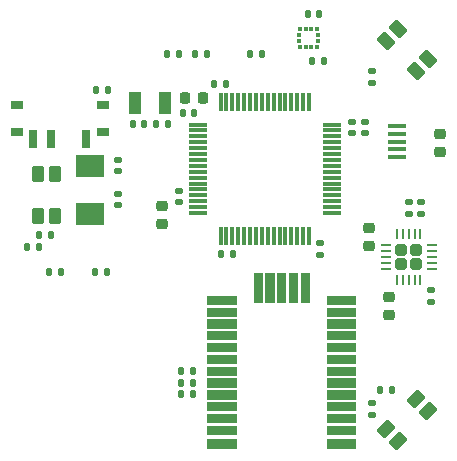
<source format=gbr>
%TF.GenerationSoftware,KiCad,Pcbnew,9.0.2*%
%TF.CreationDate,2025-07-15T12:28:35-04:00*%
%TF.ProjectId,GPSWatch,47505357-6174-4636-982e-6b696361645f,rev?*%
%TF.SameCoordinates,Original*%
%TF.FileFunction,Paste,Top*%
%TF.FilePolarity,Positive*%
%FSLAX46Y46*%
G04 Gerber Fmt 4.6, Leading zero omitted, Abs format (unit mm)*
G04 Created by KiCad (PCBNEW 9.0.2) date 2025-07-15 12:28:35*
%MOMM*%
%LPD*%
G01*
G04 APERTURE LIST*
G04 Aperture macros list*
%AMRoundRect*
0 Rectangle with rounded corners*
0 $1 Rounding radius*
0 $2 $3 $4 $5 $6 $7 $8 $9 X,Y pos of 4 corners*
0 Add a 4 corners polygon primitive as box body*
4,1,4,$2,$3,$4,$5,$6,$7,$8,$9,$2,$3,0*
0 Add four circle primitives for the rounded corners*
1,1,$1+$1,$2,$3*
1,1,$1+$1,$4,$5*
1,1,$1+$1,$6,$7*
1,1,$1+$1,$8,$9*
0 Add four rect primitives between the rounded corners*
20,1,$1+$1,$2,$3,$4,$5,0*
20,1,$1+$1,$4,$5,$6,$7,0*
20,1,$1+$1,$6,$7,$8,$9,0*
20,1,$1+$1,$8,$9,$2,$3,0*%
G04 Aperture macros list end*
%ADD10C,0.010000*%
%ADD11RoundRect,0.075000X-0.700000X-0.075000X0.700000X-0.075000X0.700000X0.075000X-0.700000X0.075000X0*%
%ADD12RoundRect,0.075000X-0.075000X-0.700000X0.075000X-0.700000X0.075000X0.700000X-0.075000X0.700000X0*%
%ADD13RoundRect,0.140000X0.140000X0.170000X-0.140000X0.170000X-0.140000X-0.170000X0.140000X-0.170000X0*%
%ADD14R,0.700000X1.500000*%
%ADD15R,1.000000X0.800000*%
%ADD16RoundRect,0.135000X-0.185000X0.135000X-0.185000X-0.135000X0.185000X-0.135000X0.185000X0.135000X0*%
%ADD17RoundRect,0.225000X0.250000X-0.225000X0.250000X0.225000X-0.250000X0.225000X-0.250000X-0.225000X0*%
%ADD18RoundRect,0.062500X0.350000X-0.062500X0.350000X0.062500X-0.350000X0.062500X-0.350000X-0.062500X0*%
%ADD19RoundRect,0.062500X0.062500X-0.350000X0.062500X0.350000X-0.062500X0.350000X-0.062500X-0.350000X0*%
%ADD20RoundRect,0.250000X0.255000X-0.255000X0.255000X0.255000X-0.255000X0.255000X-0.255000X-0.255000X0*%
%ADD21RoundRect,0.225000X-0.250000X0.225000X-0.250000X-0.225000X0.250000X-0.225000X0.250000X0.225000X0*%
%ADD22R,1.500000X0.450000*%
%ADD23RoundRect,0.250000X-0.275000X0.450000X-0.275000X-0.450000X0.275000X-0.450000X0.275000X0.450000X0*%
%ADD24RoundRect,0.140000X-0.140000X-0.170000X0.140000X-0.170000X0.140000X0.170000X-0.140000X0.170000X0*%
%ADD25RoundRect,0.135000X0.135000X0.185000X-0.135000X0.185000X-0.135000X-0.185000X0.135000X-0.185000X0*%
%ADD26R,0.300000X0.350000*%
%ADD27R,0.350000X0.300000*%
%ADD28RoundRect,0.135000X0.185000X-0.135000X0.185000X0.135000X-0.185000X0.135000X-0.185000X-0.135000X0*%
%ADD29RoundRect,0.140000X-0.170000X0.140000X-0.170000X-0.140000X0.170000X-0.140000X0.170000X0.140000X0*%
%ADD30R,1.100000X1.900000*%
%ADD31RoundRect,0.135000X-0.135000X-0.185000X0.135000X-0.185000X0.135000X0.185000X-0.135000X0.185000X0*%
%ADD32RoundRect,0.140000X0.170000X-0.140000X0.170000X0.140000X-0.170000X0.140000X-0.170000X-0.140000X0*%
%ADD33R,2.400000X1.900000*%
%ADD34RoundRect,0.250000X0.512652X-0.123744X-0.123744X0.512652X-0.512652X0.123744X0.123744X-0.512652X0*%
%ADD35RoundRect,0.218750X-0.256250X0.218750X-0.256250X-0.218750X0.256250X-0.218750X0.256250X0.218750X0*%
%ADD36RoundRect,0.225000X-0.225000X-0.250000X0.225000X-0.250000X0.225000X0.250000X-0.225000X0.250000X0*%
%ADD37RoundRect,0.250000X-0.123744X-0.512652X0.512652X0.123744X0.123744X0.512652X-0.512652X-0.123744X0*%
G04 APERTURE END LIST*
D10*
%TO.C,U1*%
X128675000Y-129150000D02*
X126225000Y-129150000D01*
X126225000Y-128450000D01*
X128675000Y-128450000D01*
X128675000Y-129150000D01*
G36*
X128675000Y-129150000D02*
G01*
X126225000Y-129150000D01*
X126225000Y-128450000D01*
X128675000Y-128450000D01*
X128675000Y-129150000D01*
G37*
X128675000Y-130150000D02*
X126225000Y-130150000D01*
X126225000Y-129450000D01*
X128675000Y-129450000D01*
X128675000Y-130150000D01*
G36*
X128675000Y-130150000D02*
G01*
X126225000Y-130150000D01*
X126225000Y-129450000D01*
X128675000Y-129450000D01*
X128675000Y-130150000D01*
G37*
X128675000Y-131150000D02*
X126225000Y-131150000D01*
X126225000Y-130450000D01*
X128675000Y-130450000D01*
X128675000Y-131150000D01*
G36*
X128675000Y-131150000D02*
G01*
X126225000Y-131150000D01*
X126225000Y-130450000D01*
X128675000Y-130450000D01*
X128675000Y-131150000D01*
G37*
X128675000Y-132150000D02*
X126225000Y-132150000D01*
X126225000Y-131450000D01*
X128675000Y-131450000D01*
X128675000Y-132150000D01*
G36*
X128675000Y-132150000D02*
G01*
X126225000Y-132150000D01*
X126225000Y-131450000D01*
X128675000Y-131450000D01*
X128675000Y-132150000D01*
G37*
X128675000Y-133150000D02*
X126225000Y-133150000D01*
X126225000Y-132450000D01*
X128675000Y-132450000D01*
X128675000Y-133150000D01*
G36*
X128675000Y-133150000D02*
G01*
X126225000Y-133150000D01*
X126225000Y-132450000D01*
X128675000Y-132450000D01*
X128675000Y-133150000D01*
G37*
X128675000Y-134150000D02*
X126225000Y-134150000D01*
X126225000Y-133450000D01*
X128675000Y-133450000D01*
X128675000Y-134150000D01*
G36*
X128675000Y-134150000D02*
G01*
X126225000Y-134150000D01*
X126225000Y-133450000D01*
X128675000Y-133450000D01*
X128675000Y-134150000D01*
G37*
X128675000Y-135150000D02*
X126225000Y-135150000D01*
X126225000Y-134450000D01*
X128675000Y-134450000D01*
X128675000Y-135150000D01*
G36*
X128675000Y-135150000D02*
G01*
X126225000Y-135150000D01*
X126225000Y-134450000D01*
X128675000Y-134450000D01*
X128675000Y-135150000D01*
G37*
X128675000Y-136150000D02*
X126225000Y-136150000D01*
X126225000Y-135450000D01*
X128675000Y-135450000D01*
X128675000Y-136150000D01*
G36*
X128675000Y-136150000D02*
G01*
X126225000Y-136150000D01*
X126225000Y-135450000D01*
X128675000Y-135450000D01*
X128675000Y-136150000D01*
G37*
X128675000Y-137150000D02*
X126225000Y-137150000D01*
X126225000Y-136450000D01*
X128675000Y-136450000D01*
X128675000Y-137150000D01*
G36*
X128675000Y-137150000D02*
G01*
X126225000Y-137150000D01*
X126225000Y-136450000D01*
X128675000Y-136450000D01*
X128675000Y-137150000D01*
G37*
X128675000Y-138150000D02*
X126225000Y-138150000D01*
X126225000Y-137450000D01*
X128675000Y-137450000D01*
X128675000Y-138150000D01*
G36*
X128675000Y-138150000D02*
G01*
X126225000Y-138150000D01*
X126225000Y-137450000D01*
X128675000Y-137450000D01*
X128675000Y-138150000D01*
G37*
X128675000Y-139150000D02*
X126225000Y-139150000D01*
X126225000Y-138450000D01*
X128675000Y-138450000D01*
X128675000Y-139150000D01*
G36*
X128675000Y-139150000D02*
G01*
X126225000Y-139150000D01*
X126225000Y-138450000D01*
X128675000Y-138450000D01*
X128675000Y-139150000D01*
G37*
X128675000Y-140150000D02*
X126225000Y-140150000D01*
X126225000Y-139450000D01*
X128675000Y-139450000D01*
X128675000Y-140150000D01*
G36*
X128675000Y-140150000D02*
G01*
X126225000Y-140150000D01*
X126225000Y-139450000D01*
X128675000Y-139450000D01*
X128675000Y-140150000D01*
G37*
X128675000Y-141300000D02*
X126225000Y-141300000D01*
X126225000Y-140600000D01*
X128675000Y-140600000D01*
X128675000Y-141300000D01*
G36*
X128675000Y-141300000D02*
G01*
X126225000Y-141300000D01*
X126225000Y-140600000D01*
X128675000Y-140600000D01*
X128675000Y-141300000D01*
G37*
X130850000Y-128975000D02*
X130150000Y-128975000D01*
X130150000Y-126525000D01*
X130850000Y-126525000D01*
X130850000Y-128975000D01*
G36*
X130850000Y-128975000D02*
G01*
X130150000Y-128975000D01*
X130150000Y-126525000D01*
X130850000Y-126525000D01*
X130850000Y-128975000D01*
G37*
X131850000Y-128975000D02*
X131150000Y-128975000D01*
X131150000Y-126525000D01*
X131850000Y-126525000D01*
X131850000Y-128975000D01*
G36*
X131850000Y-128975000D02*
G01*
X131150000Y-128975000D01*
X131150000Y-126525000D01*
X131850000Y-126525000D01*
X131850000Y-128975000D01*
G37*
X132850000Y-128975000D02*
X132150000Y-128975000D01*
X132150000Y-126525000D01*
X132850000Y-126525000D01*
X132850000Y-128975000D01*
G36*
X132850000Y-128975000D02*
G01*
X132150000Y-128975000D01*
X132150000Y-126525000D01*
X132850000Y-126525000D01*
X132850000Y-128975000D01*
G37*
X133850000Y-128975000D02*
X133150000Y-128975000D01*
X133150000Y-126525000D01*
X133850000Y-126525000D01*
X133850000Y-128975000D01*
G36*
X133850000Y-128975000D02*
G01*
X133150000Y-128975000D01*
X133150000Y-126525000D01*
X133850000Y-126525000D01*
X133850000Y-128975000D01*
G37*
X134850000Y-128975000D02*
X134150000Y-128975000D01*
X134150000Y-126525000D01*
X134850000Y-126525000D01*
X134850000Y-128975000D01*
G36*
X134850000Y-128975000D02*
G01*
X134150000Y-128975000D01*
X134150000Y-126525000D01*
X134850000Y-126525000D01*
X134850000Y-128975000D01*
G37*
X138775000Y-129150000D02*
X136325000Y-129150000D01*
X136325000Y-128450000D01*
X138775000Y-128450000D01*
X138775000Y-129150000D01*
G36*
X138775000Y-129150000D02*
G01*
X136325000Y-129150000D01*
X136325000Y-128450000D01*
X138775000Y-128450000D01*
X138775000Y-129150000D01*
G37*
X138775000Y-130150000D02*
X136325000Y-130150000D01*
X136325000Y-129450000D01*
X138775000Y-129450000D01*
X138775000Y-130150000D01*
G36*
X138775000Y-130150000D02*
G01*
X136325000Y-130150000D01*
X136325000Y-129450000D01*
X138775000Y-129450000D01*
X138775000Y-130150000D01*
G37*
X138775000Y-131150000D02*
X136325000Y-131150000D01*
X136325000Y-130450000D01*
X138775000Y-130450000D01*
X138775000Y-131150000D01*
G36*
X138775000Y-131150000D02*
G01*
X136325000Y-131150000D01*
X136325000Y-130450000D01*
X138775000Y-130450000D01*
X138775000Y-131150000D01*
G37*
X138775000Y-132150000D02*
X136325000Y-132150000D01*
X136325000Y-131450000D01*
X138775000Y-131450000D01*
X138775000Y-132150000D01*
G36*
X138775000Y-132150000D02*
G01*
X136325000Y-132150000D01*
X136325000Y-131450000D01*
X138775000Y-131450000D01*
X138775000Y-132150000D01*
G37*
X138775000Y-133150000D02*
X136325000Y-133150000D01*
X136325000Y-132450000D01*
X138775000Y-132450000D01*
X138775000Y-133150000D01*
G36*
X138775000Y-133150000D02*
G01*
X136325000Y-133150000D01*
X136325000Y-132450000D01*
X138775000Y-132450000D01*
X138775000Y-133150000D01*
G37*
X138775000Y-134150000D02*
X136325000Y-134150000D01*
X136325000Y-133450000D01*
X138775000Y-133450000D01*
X138775000Y-134150000D01*
G36*
X138775000Y-134150000D02*
G01*
X136325000Y-134150000D01*
X136325000Y-133450000D01*
X138775000Y-133450000D01*
X138775000Y-134150000D01*
G37*
X138775000Y-135150000D02*
X136325000Y-135150000D01*
X136325000Y-134450000D01*
X138775000Y-134450000D01*
X138775000Y-135150000D01*
G36*
X138775000Y-135150000D02*
G01*
X136325000Y-135150000D01*
X136325000Y-134450000D01*
X138775000Y-134450000D01*
X138775000Y-135150000D01*
G37*
X138775000Y-136150000D02*
X136325000Y-136150000D01*
X136325000Y-135450000D01*
X138775000Y-135450000D01*
X138775000Y-136150000D01*
G36*
X138775000Y-136150000D02*
G01*
X136325000Y-136150000D01*
X136325000Y-135450000D01*
X138775000Y-135450000D01*
X138775000Y-136150000D01*
G37*
X138775000Y-137150000D02*
X136325000Y-137150000D01*
X136325000Y-136450000D01*
X138775000Y-136450000D01*
X138775000Y-137150000D01*
G36*
X138775000Y-137150000D02*
G01*
X136325000Y-137150000D01*
X136325000Y-136450000D01*
X138775000Y-136450000D01*
X138775000Y-137150000D01*
G37*
X138775000Y-138150000D02*
X136325000Y-138150000D01*
X136325000Y-137450000D01*
X138775000Y-137450000D01*
X138775000Y-138150000D01*
G36*
X138775000Y-138150000D02*
G01*
X136325000Y-138150000D01*
X136325000Y-137450000D01*
X138775000Y-137450000D01*
X138775000Y-138150000D01*
G37*
X138775000Y-139150000D02*
X136325000Y-139150000D01*
X136325000Y-138450000D01*
X138775000Y-138450000D01*
X138775000Y-139150000D01*
G36*
X138775000Y-139150000D02*
G01*
X136325000Y-139150000D01*
X136325000Y-138450000D01*
X138775000Y-138450000D01*
X138775000Y-139150000D01*
G37*
X138775000Y-140150000D02*
X136325000Y-140150000D01*
X136325000Y-139450000D01*
X138775000Y-139450000D01*
X138775000Y-140150000D01*
G36*
X138775000Y-140150000D02*
G01*
X136325000Y-140150000D01*
X136325000Y-139450000D01*
X138775000Y-139450000D01*
X138775000Y-140150000D01*
G37*
X138775000Y-141300000D02*
X136325000Y-141300000D01*
X136325000Y-140600000D01*
X138775000Y-140600000D01*
X138775000Y-141300000D01*
G36*
X138775000Y-141300000D02*
G01*
X136325000Y-141300000D01*
X136325000Y-140600000D01*
X138775000Y-140600000D01*
X138775000Y-141300000D01*
G37*
%TD*%
D11*
%TO.C,U2*%
X125425000Y-113950000D03*
X125425000Y-114450000D03*
X125425000Y-114950000D03*
X125425000Y-115450000D03*
X125425000Y-115950000D03*
X125425000Y-116450000D03*
X125425000Y-116950000D03*
X125425000Y-117450000D03*
X125425000Y-117950000D03*
X125425000Y-118450000D03*
X125425000Y-118950000D03*
X125425000Y-119450000D03*
X125425000Y-119950000D03*
X125425000Y-120450000D03*
X125425000Y-120950000D03*
X125425000Y-121450000D03*
D12*
X127350000Y-123375000D03*
X127850000Y-123375000D03*
X128350000Y-123375000D03*
X128850000Y-123375000D03*
X129350000Y-123375000D03*
X129850000Y-123375000D03*
X130350000Y-123375000D03*
X130850000Y-123375000D03*
X131350000Y-123375000D03*
X131850000Y-123375000D03*
X132350000Y-123375000D03*
X132850000Y-123375000D03*
X133350000Y-123375000D03*
X133850000Y-123375000D03*
X134350000Y-123375000D03*
X134850000Y-123375000D03*
D11*
X136775000Y-121450000D03*
X136775000Y-120950000D03*
X136775000Y-120450000D03*
X136775000Y-119950000D03*
X136775000Y-119450000D03*
X136775000Y-118950000D03*
X136775000Y-118450000D03*
X136775000Y-117950000D03*
X136775000Y-117450000D03*
X136775000Y-116950000D03*
X136775000Y-116450000D03*
X136775000Y-115950000D03*
X136775000Y-115450000D03*
X136775000Y-114950000D03*
X136775000Y-114450000D03*
X136775000Y-113950000D03*
D12*
X134850000Y-112025000D03*
X134350000Y-112025000D03*
X133850000Y-112025000D03*
X133350000Y-112025000D03*
X132850000Y-112025000D03*
X132350000Y-112025000D03*
X131850000Y-112025000D03*
X131350000Y-112025000D03*
X130850000Y-112025000D03*
X130350000Y-112025000D03*
X129850000Y-112025000D03*
X129350000Y-112025000D03*
X128850000Y-112025000D03*
X128350000Y-112025000D03*
X127850000Y-112025000D03*
X127350000Y-112025000D03*
%TD*%
D13*
%TO.C,C15*%
X124145000Y-113000000D03*
X125105000Y-113000000D03*
%TD*%
D14*
%TO.C,SW1*%
X111500000Y-115200000D03*
X113000000Y-115200000D03*
X116000000Y-115200000D03*
D15*
X110100000Y-112340000D03*
X110100000Y-114550000D03*
X117400000Y-112340000D03*
X117400000Y-114550000D03*
%TD*%
D16*
%TO.C,R11*%
X140200000Y-110410000D03*
X140200000Y-109390000D03*
%TD*%
D17*
%TO.C,C1*%
X145965500Y-114725000D03*
X145965500Y-116275000D03*
%TD*%
D18*
%TO.C,U4*%
X141337500Y-126175000D03*
X141337500Y-125675000D03*
X141337500Y-125175000D03*
X141337500Y-124675000D03*
X141337500Y-124175000D03*
D19*
X142275000Y-123237500D03*
X142775000Y-123237500D03*
X143275000Y-123237500D03*
X143775000Y-123237500D03*
X144275000Y-123237500D03*
D18*
X145212500Y-124175000D03*
X145212500Y-124675000D03*
X145212500Y-125175000D03*
X145212500Y-125675000D03*
X145212500Y-126175000D03*
D19*
X144275000Y-127112500D03*
X143775000Y-127112500D03*
X143275000Y-127112500D03*
X142775000Y-127112500D03*
X142275000Y-127112500D03*
D20*
X143900000Y-124550000D03*
X142650000Y-124550000D03*
X143900000Y-125800000D03*
X142650000Y-125800000D03*
%TD*%
D21*
%TO.C,C2*%
X141600000Y-128525000D03*
X141600000Y-130075000D03*
%TD*%
D16*
%TO.C,TH1*%
X145200000Y-127990000D03*
X145200000Y-129010000D03*
%TD*%
D22*
%TO.C,J2*%
X142265500Y-114100000D03*
X142265500Y-114750000D03*
X142265500Y-115400000D03*
X142265500Y-116050000D03*
X142265500Y-116700000D03*
%TD*%
D23*
%TO.C,SW5*%
X113320000Y-118100000D03*
X113320000Y-121700000D03*
X111880000Y-118100000D03*
X111880000Y-121700000D03*
%TD*%
D16*
%TO.C,R1*%
X143300000Y-120490000D03*
X143300000Y-121510000D03*
%TD*%
D24*
%TO.C,C18*%
X135120000Y-108600000D03*
X136080000Y-108600000D03*
%TD*%
D25*
%TO.C,R8*%
X113810000Y-126400000D03*
X112790000Y-126400000D03*
%TD*%
D24*
%TO.C,C17*%
X129880000Y-107980000D03*
X130840000Y-107980000D03*
%TD*%
D13*
%TO.C,C20*%
X112980000Y-123300000D03*
X112020000Y-123300000D03*
%TD*%
D26*
%TO.C,IC2*%
X134050000Y-107375000D03*
X134550000Y-107375000D03*
X135050000Y-107375000D03*
X135550000Y-107375000D03*
D27*
X135575000Y-106850000D03*
X135575000Y-106350000D03*
D26*
X135550000Y-105825000D03*
X135050000Y-105825000D03*
X134550000Y-105825000D03*
X134050000Y-105825000D03*
D27*
X134025000Y-106350000D03*
X134025000Y-106850000D03*
%TD*%
D28*
%TO.C,R12*%
X140150000Y-138510000D03*
X140150000Y-137490000D03*
%TD*%
D24*
%TO.C,C19*%
X134720000Y-104600000D03*
X135680000Y-104600000D03*
%TD*%
D21*
%TO.C,C3*%
X139900000Y-122725000D03*
X139900000Y-124275000D03*
%TD*%
D29*
%TO.C,C9*%
X139600000Y-113720000D03*
X139600000Y-114680000D03*
%TD*%
D30*
%TO.C,Y2*%
X122650000Y-112100000D03*
X120150000Y-112100000D03*
%TD*%
D31*
%TO.C,R3*%
X116840000Y-111040000D03*
X117860000Y-111040000D03*
%TD*%
D29*
%TO.C,C10*%
X138500000Y-113720000D03*
X138500000Y-114680000D03*
%TD*%
D32*
%TO.C,C13*%
X118700000Y-117880000D03*
X118700000Y-116920000D03*
%TD*%
D24*
%TO.C,C11*%
X121920000Y-113900000D03*
X122880000Y-113900000D03*
%TD*%
D31*
%TO.C,R10*%
X140890000Y-136450000D03*
X141910000Y-136450000D03*
%TD*%
%TO.C,R6*%
X110990000Y-124300000D03*
X112010000Y-124300000D03*
%TD*%
D33*
%TO.C,Y3*%
X116300000Y-117450000D03*
X116300000Y-121550000D03*
%TD*%
D34*
%TO.C,SW3*%
X143877350Y-109413818D03*
X141331766Y-106868234D03*
X144895584Y-108395584D03*
X142350000Y-105850000D03*
%TD*%
D13*
%TO.C,C12*%
X120880000Y-113900000D03*
X119920000Y-113900000D03*
%TD*%
D31*
%TO.C,R5*%
X125190000Y-108000000D03*
X126210000Y-108000000D03*
%TD*%
D13*
%TO.C,C23*%
X124980000Y-134800000D03*
X124020000Y-134800000D03*
%TD*%
D25*
%TO.C,R4*%
X123810000Y-108000000D03*
X122790000Y-108000000D03*
%TD*%
D29*
%TO.C,C14*%
X118700000Y-119820000D03*
X118700000Y-120780000D03*
%TD*%
D13*
%TO.C,C21*%
X124980000Y-136800000D03*
X124020000Y-136800000D03*
%TD*%
D29*
%TO.C,C6*%
X135800000Y-124020000D03*
X135800000Y-124980000D03*
%TD*%
D13*
%TO.C,C7*%
X128380000Y-124900000D03*
X127420000Y-124900000D03*
%TD*%
D35*
%TO.C,FB1*%
X122425000Y-120812500D03*
X122425000Y-122387500D03*
%TD*%
D36*
%TO.C,C4*%
X124350000Y-111700000D03*
X125900000Y-111700000D03*
%TD*%
D32*
%TO.C,C8*%
X123800000Y-120500000D03*
X123800000Y-119540000D03*
%TD*%
D16*
%TO.C,R2*%
X144300000Y-120490000D03*
X144300000Y-121510000D03*
%TD*%
D31*
%TO.C,R9*%
X116690000Y-126400000D03*
X117710000Y-126400000D03*
%TD*%
D24*
%TO.C,C5*%
X126820000Y-110500000D03*
X127780000Y-110500000D03*
%TD*%
D37*
%TO.C,SW4*%
X141336182Y-139727350D03*
X143881766Y-137181766D03*
X142354416Y-140745584D03*
X144900000Y-138200000D03*
%TD*%
D13*
%TO.C,C22*%
X124980000Y-135800000D03*
X124020000Y-135800000D03*
%TD*%
M02*

</source>
